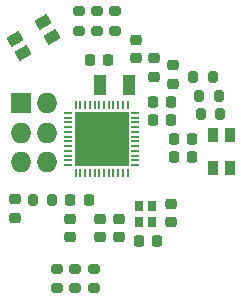
<source format=gbr>
%TF.GenerationSoftware,KiCad,Pcbnew,8.0.3*%
%TF.CreationDate,2024-11-08T22:06:30+02:00*%
%TF.ProjectId,Snowflake-Ornament,536e6f77-666c-4616-9b65-2d4f726e616d,rev?*%
%TF.SameCoordinates,Original*%
%TF.FileFunction,Soldermask,Top*%
%TF.FilePolarity,Negative*%
%FSLAX46Y46*%
G04 Gerber Fmt 4.6, Leading zero omitted, Abs format (unit mm)*
G04 Created by KiCad (PCBNEW 8.0.3) date 2024-11-08 22:06:30*
%MOMM*%
%LPD*%
G01*
G04 APERTURE LIST*
G04 Aperture macros list*
%AMRoundRect*
0 Rectangle with rounded corners*
0 $1 Rounding radius*
0 $2 $3 $4 $5 $6 $7 $8 $9 X,Y pos of 4 corners*
0 Add a 4 corners polygon primitive as box body*
4,1,4,$2,$3,$4,$5,$6,$7,$8,$9,$2,$3,0*
0 Add four circle primitives for the rounded corners*
1,1,$1+$1,$2,$3*
1,1,$1+$1,$4,$5*
1,1,$1+$1,$6,$7*
1,1,$1+$1,$8,$9*
0 Add four rect primitives between the rounded corners*
20,1,$1+$1,$2,$3,$4,$5,0*
20,1,$1+$1,$4,$5,$6,$7,0*
20,1,$1+$1,$6,$7,$8,$9,0*
20,1,$1+$1,$8,$9,$2,$3,0*%
%AMRotRect*
0 Rectangle, with rotation*
0 The origin of the aperture is its center*
0 $1 length*
0 $2 width*
0 $3 Rotation angle, in degrees counterclockwise*
0 Add horizontal line*
21,1,$1,$2,0,0,$3*%
G04 Aperture macros list end*
%ADD10RotRect,1.200000X0.900000X30.000000*%
%ADD11R,0.900000X1.200000*%
%ADD12RoundRect,0.225000X-0.250000X0.225000X-0.250000X-0.225000X0.250000X-0.225000X0.250000X0.225000X0*%
%ADD13RoundRect,0.225000X-0.225000X-0.250000X0.225000X-0.250000X0.225000X0.250000X-0.225000X0.250000X0*%
%ADD14RoundRect,0.225000X0.250000X-0.225000X0.250000X0.225000X-0.250000X0.225000X-0.250000X-0.225000X0*%
%ADD15RoundRect,0.218750X-0.218750X-0.256250X0.218750X-0.256250X0.218750X0.256250X-0.218750X0.256250X0*%
%ADD16RoundRect,0.218750X0.218750X0.256250X-0.218750X0.256250X-0.218750X-0.256250X0.218750X-0.256250X0*%
%ADD17RoundRect,0.225000X0.225000X0.250000X-0.225000X0.250000X-0.225000X-0.250000X0.225000X-0.250000X0*%
%ADD18R,0.250000X0.680000*%
%ADD19R,0.680000X0.250000*%
%ADD20R,4.660000X4.660000*%
%ADD21R,1.000000X1.800000*%
%ADD22RoundRect,0.200000X-0.200000X-0.275000X0.200000X-0.275000X0.200000X0.275000X-0.200000X0.275000X0*%
%ADD23R,0.800000X0.900000*%
%ADD24R,1.750000X1.750000*%
%ADD25O,1.750000X1.750000*%
%ADD26RoundRect,0.200000X0.275000X-0.200000X0.275000X0.200000X-0.275000X0.200000X-0.275000X-0.200000X0*%
%ADD27RoundRect,0.200000X-0.275000X0.200000X-0.275000X-0.200000X0.275000X-0.200000X0.275000X0.200000X0*%
G04 APERTURE END LIST*
D10*
%TO.C,D3*%
X201675064Y-90552132D03*
X202400065Y-91807869D03*
X204824936Y-90407868D03*
X204099935Y-89152131D03*
%TD*%
D11*
%TO.C,D1*%
X218485000Y-101480001D03*
X219935001Y-101480000D03*
X219935000Y-98679999D03*
X218484999Y-98680000D03*
%TD*%
D12*
%TO.C,C3*%
X206360000Y-105805000D03*
X206360000Y-107355000D03*
%TD*%
D13*
%TO.C,C7*%
X215165000Y-100590000D03*
X216715000Y-100590000D03*
%TD*%
D14*
%TO.C,C8*%
X215070000Y-94355000D03*
X215070000Y-92805000D03*
%TD*%
D15*
%TO.C,L1*%
X206362500Y-104190000D03*
X207937500Y-104190000D03*
%TD*%
%TO.C,L2*%
X215142500Y-99010000D03*
X216717500Y-99010000D03*
%TD*%
D16*
%TO.C,L3*%
X214957500Y-97480000D03*
X213382500Y-97480000D03*
%TD*%
D17*
%TO.C,C12*%
X209605000Y-92400000D03*
X208055000Y-92400000D03*
%TD*%
%TO.C,C1*%
X213725000Y-107650000D03*
X212175000Y-107650000D03*
%TD*%
D18*
%TO.C,U1*%
X211240000Y-96190000D03*
X210840000Y-96190000D03*
X210440000Y-96190000D03*
X210040000Y-96190000D03*
X209640000Y-96190000D03*
X209240000Y-96190000D03*
X208840000Y-96190000D03*
X208440000Y-96190000D03*
X208040000Y-96190000D03*
X207640000Y-96190000D03*
X207240000Y-96190000D03*
X206840000Y-96190000D03*
D19*
X206180000Y-96850000D03*
X206180000Y-97250000D03*
X206180000Y-97650000D03*
X206180000Y-98050000D03*
X206180000Y-98450000D03*
X206180000Y-98850000D03*
X206180000Y-99250000D03*
X206180000Y-99650000D03*
X206180000Y-100050000D03*
X206180000Y-100450000D03*
X206180000Y-100850000D03*
X206180000Y-101250000D03*
D18*
X206840000Y-101910000D03*
X207240000Y-101910000D03*
X207640000Y-101910000D03*
X208040000Y-101910000D03*
X208440000Y-101910000D03*
X208840000Y-101910000D03*
X209240000Y-101910000D03*
X209640000Y-101910000D03*
X210040000Y-101910000D03*
X210440000Y-101910000D03*
X210840000Y-101910000D03*
X211240000Y-101910000D03*
D19*
X211900000Y-101250000D03*
X211900000Y-100850000D03*
X211900000Y-100450000D03*
X211900000Y-100050000D03*
X211900000Y-99650000D03*
X211900000Y-99250000D03*
X211900000Y-98850000D03*
X211900000Y-98450000D03*
X211900000Y-98050000D03*
X211900000Y-97650000D03*
X211900000Y-97250000D03*
X211900000Y-96850000D03*
D20*
X209040000Y-99050000D03*
%TD*%
D13*
%TO.C,C13*%
X213395000Y-95930000D03*
X214945000Y-95930000D03*
%TD*%
D12*
%TO.C,C4*%
X210540000Y-105795000D03*
X210540000Y-107345000D03*
%TD*%
D14*
%TO.C,C11*%
X211960000Y-92185000D03*
X211960000Y-90635000D03*
%TD*%
D21*
%TO.C,Y2*%
X208900000Y-94480000D03*
X211400000Y-94480000D03*
%TD*%
D22*
%TO.C,R2*%
X216800002Y-93820000D03*
X218450000Y-93820000D03*
%TD*%
%TO.C,R3*%
X217325001Y-95380000D03*
X218974999Y-95380000D03*
%TD*%
D23*
%TO.C,Y1*%
X213290000Y-106100000D03*
X213290000Y-104700000D03*
X212190000Y-104700000D03*
X212190000Y-106100000D03*
%TD*%
D12*
%TO.C,C5*%
X208910000Y-105795000D03*
X208910000Y-107345000D03*
%TD*%
%TO.C,C2*%
X214900000Y-104535000D03*
X214900000Y-106085000D03*
%TD*%
%TO.C,C15*%
X201740000Y-104165000D03*
X201740000Y-105715000D03*
%TD*%
D22*
%TO.C,R1*%
X203225000Y-104200000D03*
X204875000Y-104200000D03*
%TD*%
D24*
%TO.C,J1*%
X202180000Y-96020000D03*
D25*
X202180000Y-98520000D03*
X202180001Y-101020000D03*
X204430000Y-96020000D03*
X204430000Y-98520000D03*
X204430000Y-101020000D03*
%TD*%
D22*
%TO.C,R4*%
X217415001Y-96960000D03*
X219064999Y-96960000D03*
%TD*%
D14*
%TO.C,C6*%
X213510000Y-93765000D03*
X213510000Y-92215000D03*
%TD*%
D26*
%TO.C,R8*%
X210170000Y-89895000D03*
X210170000Y-88245000D03*
%TD*%
D27*
%TO.C,R6*%
X206830000Y-110025000D03*
X206830000Y-111675000D03*
%TD*%
%TO.C,R5*%
X208380000Y-110015000D03*
X208380000Y-111665000D03*
%TD*%
D26*
%TO.C,R9*%
X208640000Y-89895000D03*
X208640000Y-88245000D03*
%TD*%
%TO.C,R10*%
X207090000Y-89895000D03*
X207090000Y-88245000D03*
%TD*%
D27*
%TO.C,R7*%
X205270000Y-110025000D03*
X205270000Y-111675000D03*
%TD*%
M02*

</source>
